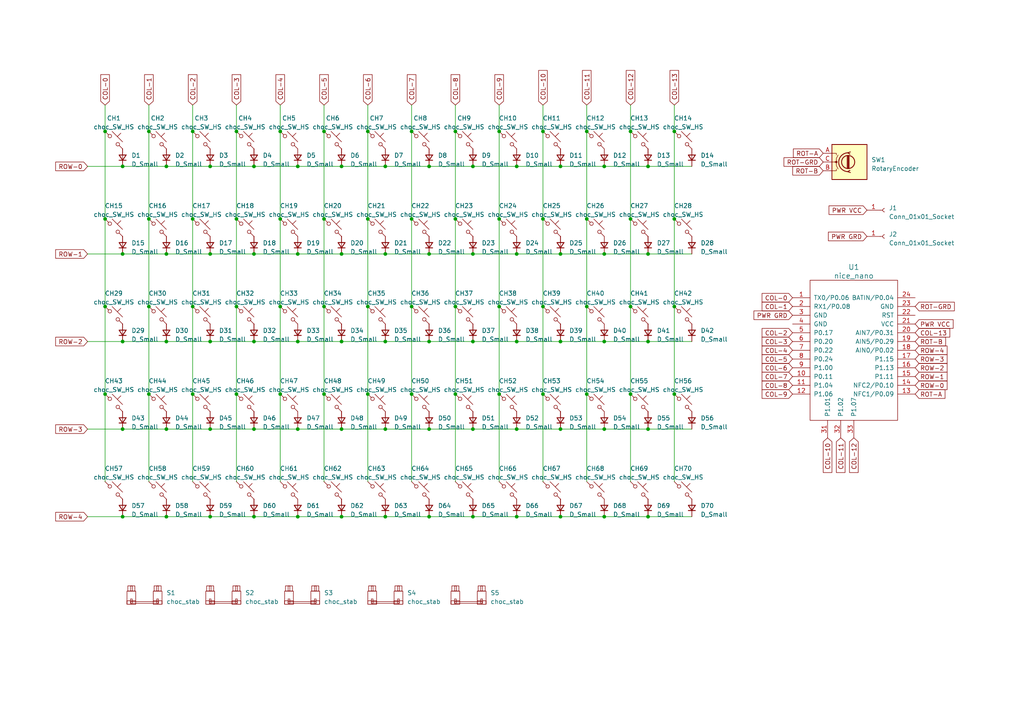
<source format=kicad_sch>
(kicad_sch (version 20230121) (generator eeschema)
  (paper "A4")
  (lib_symbols
    (symbol "Connector:Conn_01x01_Socket" (pin_names (offset 1.016) hide)
      (property "Reference" "J" (at 0 2.54 0))
      (property "Value" "Conn_01x01_Socket" (at 0 -2.54 0))
      (symbol "Conn_01x01_Socket_1_1"
        (pin passive line (at -5.08 0 0) (length 3.81) (name "Pin_1") (number "1"))
      )
    )
    (symbol "Device:D_Small" (pin_numbers hide) (pin_names (offset 0.254) hide)
      (property "Reference" "D" (at -1.27 2.032 0))
      (property "Value" "D_Small" (at -3.81 -2.032 0))
      (symbol "D_Small_1_1"
        (pin passive line (at -2.54 0 0) (length 1.778) (name "K") (number "1"))
        (pin passive line (at 2.54 0 180) (length 1.778) (name "A") (number "2"))
      )
    )
    (symbol "Device:RotaryEncoder" (pin_names (offset 0.254) hide)
      (property "Reference" "SW" (at 0 6.604 0))
      (property "Value" "RotaryEncoder" (at 0 -6.604 0))
      (symbol "RotaryEncoder_1_1"
        (pin passive line (at -7.62 2.54 0) (length 2.54) (name "A") (number "A"))
        (pin passive line (at -7.62 -2.54 0) (length 2.54) (name "B") (number "B"))
        (pin passive line (at -7.62 0 0) (length 2.54) (name "C") (number "C"))
      )
    )
    (symbol "marbastlib-choc:choc_SW_HS" (pin_numbers hide) (pin_names (offset 1.016) hide)
      (property "Reference" "CH" (at 3.048 1.016 0))
      (property "Value" "choc_SW_HS" (at 0 -3.81 0))
      (symbol "choc_SW_HS_0_1"
        (pin passive line (at -2.54 2.54 0) (length 0) (name "1") (number "1"))
        (pin passive line (at 2.54 -2.54 180) (length 0) (name "2") (number "2"))
      )
    )
    (symbol "marbastlib-choc:choc_stab" (pin_names (offset 1.016))
      (property "Reference" "S" (at -5.08 6.35 0))
      (property "Value" "choc_stab" (at -5.08 3.81 0))
    )
    (symbol "nice_nano:nice_nano" (pin_names (offset 1.016))
      (property "Reference" "U" (at 0 0 0))
      (property "Value" "nice_nano" (at 0 2.54 0))
      (symbol "nice_nano_1_1"
        (pin input line (at -17.78 13.97 0) (length 5.08) (name "TX0/P0.06") (number "1"))
        (pin input line (at -17.78 -8.89 0) (length 5.08) (name "P0.11") (number "10"))
        (pin input line (at -17.78 -11.43 0) (length 5.08) (name "P1.04") (number "11"))
        (pin input line (at -17.78 -13.97 0) (length 5.08) (name "P1.06") (number "12"))
        (pin input line (at 17.78 -13.97 180) (length 5.08) (name "NFC1/P0.09") (number "13"))
        (pin input line (at 17.78 -11.43 180) (length 5.08) (name "NFC2/P0.10") (number "14"))
        (pin input line (at 17.78 -8.89 180) (length 5.08) (name "P1.11") (number "15"))
        (pin input line (at 17.78 -6.35 180) (length 5.08) (name "P1.13") (number "16"))
        (pin input line (at 17.78 -3.81 180) (length 5.08) (name "P1.15") (number "17"))
        (pin input line (at 17.78 -1.27 180) (length 5.08) (name "AIN0/P0.02") (number "18"))
        (pin input line (at 17.78 1.27 180) (length 5.08) (name "AIN5/P0.29") (number "19"))
        (pin input line (at -17.78 11.43 0) (length 5.08) (name "RX1/P0.08") (number "2"))
        (pin input line (at 17.78 3.81 180) (length 5.08) (name "AIN7/P0.31") (number "20"))
        (pin input line (at 17.78 6.35 180) (length 5.08) (name "VCC") (number "21"))
        (pin input line (at 17.78 8.89 180) (length 5.08) (name "RST") (number "22"))
        (pin input line (at 17.78 11.43 180) (length 5.08) (name "GND") (number "23"))
        (pin input line (at 17.78 13.97 180) (length 5.08) (name "BATIN/P0.04") (number "24"))
        (pin input line (at -17.78 8.89 0) (length 5.08) (name "GND") (number "3"))
        (pin input line (at -7.62 -26.67 90) (length 5.08) (name "P1.01") (number "31"))
        (pin input line (at -3.81 -26.67 90) (length 5.08) (name "P1.02") (number "32"))
        (pin input line (at 0 -26.67 90) (length 5.08) (name "P1.07") (number "33"))
        (pin input line (at -17.78 6.35 0) (length 5.08) (name "GND") (number "4"))
        (pin input line (at -17.78 3.81 0) (length 5.08) (name "P0.17") (number "5"))
        (pin input line (at -17.78 1.27 0) (length 5.08) (name "P0.20") (number "6"))
        (pin input line (at -17.78 -1.27 0) (length 5.08) (name "P0.22") (number "7"))
        (pin input line (at -17.78 -3.81 0) (length 5.08) (name "P0.24") (number "8"))
        (pin input line (at -17.78 -6.35 0) (length 5.08) (name "P1.00") (number "9"))
      )
    )
  )
  (junction (at 68.58 88.9))
  (junction (at 119.38 38.1))
  (junction (at 132.08 114.3))
  (junction (at 175.26 48.26))
  (junction (at 137.16 124.46))
  (junction (at 73.66 73.66))
  (junction (at 68.58 38.1))
  (junction (at 170.18 63.5))
  (junction (at 99.06 99.06))
  (junction (at 195.58 38.1))
  (junction (at 43.18 88.9))
  (junction (at 149.86 99.06))
  (junction (at 86.36 99.06))
  (junction (at 35.56 73.66))
  (junction (at 182.88 114.3))
  (junction (at 48.26 149.86))
  (junction (at 175.26 149.86))
  (junction (at 30.48 88.9))
  (junction (at 60.96 124.46))
  (junction (at 137.16 149.86))
  (junction (at 99.06 48.26))
  (junction (at 111.76 48.26))
  (junction (at 111.76 124.46))
  (junction (at 195.58 114.3))
  (junction (at 35.56 99.06))
  (junction (at 187.96 99.06))
  (junction (at 30.48 114.3))
  (junction (at 111.76 73.66))
  (junction (at 106.68 63.5))
  (junction (at 68.58 63.5))
  (junction (at 48.26 73.66))
  (junction (at 30.48 38.1))
  (junction (at 60.96 48.26))
  (junction (at 55.88 114.3))
  (junction (at 60.96 99.06))
  (junction (at 195.58 63.5))
  (junction (at 170.18 38.1))
  (junction (at 93.98 114.3))
  (junction (at 60.96 149.86))
  (junction (at 86.36 124.46))
  (junction (at 182.88 38.1))
  (junction (at 137.16 99.06))
  (junction (at 43.18 114.3))
  (junction (at 175.26 99.06))
  (junction (at 86.36 48.26))
  (junction (at 35.56 149.86))
  (junction (at 68.58 114.3))
  (junction (at 43.18 63.5))
  (junction (at 124.46 124.46))
  (junction (at 137.16 48.26))
  (junction (at 48.26 99.06))
  (junction (at 119.38 63.5))
  (junction (at 86.36 73.66))
  (junction (at 144.78 114.3))
  (junction (at 187.96 48.26))
  (junction (at 157.48 63.5))
  (junction (at 55.88 63.5))
  (junction (at 182.88 63.5))
  (junction (at 149.86 73.66))
  (junction (at 149.86 149.86))
  (junction (at 124.46 73.66))
  (junction (at 111.76 99.06))
  (junction (at 55.88 38.1))
  (junction (at 162.56 48.26))
  (junction (at 48.26 124.46))
  (junction (at 182.88 88.9))
  (junction (at 149.86 48.26))
  (junction (at 48.26 48.26))
  (junction (at 149.86 124.46))
  (junction (at 195.58 88.9))
  (junction (at 175.26 124.46))
  (junction (at 170.18 114.3))
  (junction (at 93.98 88.9))
  (junction (at 144.78 88.9))
  (junction (at 162.56 99.06))
  (junction (at 124.46 99.06))
  (junction (at 55.88 88.9))
  (junction (at 73.66 48.26))
  (junction (at 43.18 38.1))
  (junction (at 106.68 88.9))
  (junction (at 73.66 124.46))
  (junction (at 86.36 149.86))
  (junction (at 93.98 63.5))
  (junction (at 187.96 124.46))
  (junction (at 119.38 88.9))
  (junction (at 170.18 88.9))
  (junction (at 81.28 114.3))
  (junction (at 73.66 99.06))
  (junction (at 93.98 38.1))
  (junction (at 132.08 88.9))
  (junction (at 187.96 73.66))
  (junction (at 106.68 114.3))
  (junction (at 144.78 63.5))
  (junction (at 162.56 149.86))
  (junction (at 81.28 38.1))
  (junction (at 187.96 149.86))
  (junction (at 73.66 149.86))
  (junction (at 119.38 114.3))
  (junction (at 157.48 38.1))
  (junction (at 111.76 149.86))
  (junction (at 60.96 73.66))
  (junction (at 124.46 48.26))
  (junction (at 30.48 63.5))
  (junction (at 162.56 73.66))
  (junction (at 132.08 38.1))
  (junction (at 157.48 88.9))
  (junction (at 99.06 149.86))
  (junction (at 144.78 38.1))
  (junction (at 132.08 63.5))
  (junction (at 175.26 73.66))
  (junction (at 35.56 48.26))
  (junction (at 81.28 88.9))
  (junction (at 162.56 124.46))
  (junction (at 81.28 63.5))
  (junction (at 106.68 38.1))
  (junction (at 124.46 149.86))
  (junction (at 137.16 73.66))
  (junction (at 99.06 73.66))
  (junction (at 157.48 114.3))
  (junction (at 35.56 124.46))
  (junction (at 99.06 124.46))
  (wire (pts (xy 25.4 149.86) (xy 35.56 149.86)))
  (wire (pts (xy 111.76 48.26) (xy 124.46 48.26)))
  (wire (pts (xy 157.48 30.48) (xy 157.48 38.1)))
  (wire (pts (xy 132.08 114.3) (xy 132.08 139.7)))
  (wire (pts (xy 124.46 99.06) (xy 137.16 99.06)))
  (wire (pts (xy 144.78 114.3) (xy 144.78 139.7)))
  (wire (pts (xy 73.66 48.26) (xy 86.36 48.26)))
  (wire (pts (xy 30.48 63.5) (xy 30.48 88.9)))
  (wire (pts (xy 157.48 63.5) (xy 157.48 88.9)))
  (wire (pts (xy 68.58 30.48) (xy 68.58 38.1)))
  (wire (pts (xy 144.78 88.9) (xy 144.78 114.3)))
  (wire (pts (xy 48.26 48.26) (xy 60.96 48.26)))
  (wire (pts (xy 170.18 114.3) (xy 170.18 139.7)))
  (wire (pts (xy 30.48 38.1) (xy 30.48 63.5)))
  (wire (pts (xy 187.96 99.06) (xy 200.66 99.06)))
  (wire (pts (xy 111.76 99.06) (xy 124.46 99.06)))
  (wire (pts (xy 149.86 124.46) (xy 162.56 124.46)))
  (wire (pts (xy 86.36 99.06) (xy 99.06 99.06)))
  (wire (pts (xy 60.96 149.86) (xy 73.66 149.86)))
  (wire (pts (xy 99.06 48.26) (xy 111.76 48.26)))
  (wire (pts (xy 124.46 124.46) (xy 137.16 124.46)))
  (wire (pts (xy 157.48 88.9) (xy 157.48 114.3)))
  (wire (pts (xy 137.16 99.06) (xy 149.86 99.06)))
  (wire (pts (xy 149.86 48.26) (xy 162.56 48.26)))
  (wire (pts (xy 170.18 38.1) (xy 170.18 63.5)))
  (wire (pts (xy 175.26 149.86) (xy 187.96 149.86)))
  (wire (pts (xy 60.96 48.26) (xy 73.66 48.26)))
  (wire (pts (xy 144.78 38.1) (xy 144.78 63.5)))
  (wire (pts (xy 25.4 48.26) (xy 35.56 48.26)))
  (wire (pts (xy 99.06 124.46) (xy 111.76 124.46)))
  (wire (pts (xy 195.58 30.48) (xy 195.58 38.1)))
  (wire (pts (xy 106.68 38.1) (xy 106.68 63.5)))
  (wire (pts (xy 162.56 124.46) (xy 175.26 124.46)))
  (wire (pts (xy 93.98 114.3) (xy 93.98 139.7)))
  (wire (pts (xy 162.56 73.66) (xy 175.26 73.66)))
  (wire (pts (xy 35.56 99.06) (xy 48.26 99.06)))
  (wire (pts (xy 137.16 124.46) (xy 149.86 124.46)))
  (wire (pts (xy 106.68 114.3) (xy 106.68 139.7)))
  (wire (pts (xy 30.48 114.3) (xy 30.48 139.7)))
  (wire (pts (xy 175.26 48.26) (xy 187.96 48.26)))
  (wire (pts (xy 43.18 88.9) (xy 43.18 114.3)))
  (wire (pts (xy 132.08 38.1) (xy 132.08 63.5)))
  (wire (pts (xy 170.18 30.48) (xy 170.18 38.1)))
  (wire (pts (xy 195.58 38.1) (xy 195.58 63.5)))
  (wire (pts (xy 48.26 149.86) (xy 60.96 149.86)))
  (wire (pts (xy 60.96 73.66) (xy 73.66 73.66)))
  (wire (pts (xy 81.28 88.9) (xy 81.28 114.3)))
  (wire (pts (xy 132.08 30.48) (xy 132.08 38.1)))
  (wire (pts (xy 124.46 48.26) (xy 137.16 48.26)))
  (wire (pts (xy 182.88 38.1) (xy 182.88 63.5)))
  (wire (pts (xy 43.18 38.1) (xy 43.18 63.5)))
  (wire (pts (xy 137.16 149.86) (xy 149.86 149.86)))
  (wire (pts (xy 43.18 30.48) (xy 43.18 38.1)))
  (wire (pts (xy 182.88 63.5) (xy 182.88 88.9)))
  (wire (pts (xy 99.06 73.66) (xy 111.76 73.66)))
  (wire (pts (xy 73.66 149.86) (xy 86.36 149.86)))
  (wire (pts (xy 73.66 73.66) (xy 86.36 73.66)))
  (wire (pts (xy 30.48 88.9) (xy 30.48 114.3)))
  (wire (pts (xy 157.48 114.3) (xy 157.48 139.7)))
  (wire (pts (xy 25.4 99.06) (xy 35.56 99.06)))
  (wire (pts (xy 124.46 73.66) (xy 137.16 73.66)))
  (wire (pts (xy 48.26 73.66) (xy 60.96 73.66)))
  (wire (pts (xy 149.86 73.66) (xy 162.56 73.66)))
  (wire (pts (xy 35.56 124.46) (xy 48.26 124.46)))
  (wire (pts (xy 99.06 99.06) (xy 111.76 99.06)))
  (wire (pts (xy 35.56 48.26) (xy 48.26 48.26)))
  (wire (pts (xy 81.28 63.5) (xy 81.28 88.9)))
  (wire (pts (xy 175.26 124.46) (xy 187.96 124.46)))
  (wire (pts (xy 35.56 149.86) (xy 48.26 149.86)))
  (wire (pts (xy 86.36 73.66) (xy 99.06 73.66)))
  (wire (pts (xy 187.96 73.66) (xy 200.66 73.66)))
  (wire (pts (xy 162.56 99.06) (xy 175.26 99.06)))
  (wire (pts (xy 73.66 99.06) (xy 86.36 99.06)))
  (wire (pts (xy 81.28 114.3) (xy 81.28 139.7)))
  (wire (pts (xy 195.58 63.5) (xy 195.58 88.9)))
  (wire (pts (xy 35.56 73.66) (xy 48.26 73.66)))
  (wire (pts (xy 93.98 63.5) (xy 93.98 88.9)))
  (wire (pts (xy 124.46 149.86) (xy 137.16 149.86)))
  (wire (pts (xy 119.38 114.3) (xy 119.38 139.7)))
  (wire (pts (xy 195.58 114.3) (xy 195.58 139.7)))
  (wire (pts (xy 170.18 88.9) (xy 170.18 114.3)))
  (wire (pts (xy 93.98 88.9) (xy 93.98 114.3)))
  (wire (pts (xy 25.4 73.66) (xy 35.56 73.66)))
  (wire (pts (xy 99.06 149.86) (xy 111.76 149.86)))
  (wire (pts (xy 43.18 63.5) (xy 43.18 88.9)))
  (wire (pts (xy 55.88 88.9) (xy 55.88 114.3)))
  (wire (pts (xy 182.88 30.48) (xy 182.88 38.1)))
  (wire (pts (xy 60.96 124.46) (xy 73.66 124.46)))
  (wire (pts (xy 119.38 88.9) (xy 119.38 114.3)))
  (wire (pts (xy 162.56 149.86) (xy 175.26 149.86)))
  (wire (pts (xy 55.88 114.3) (xy 55.88 139.7)))
  (wire (pts (xy 30.48 30.48) (xy 30.48 38.1)))
  (wire (pts (xy 48.26 124.46) (xy 60.96 124.46)))
  (wire (pts (xy 106.68 63.5) (xy 106.68 88.9)))
  (wire (pts (xy 149.86 99.06) (xy 162.56 99.06)))
  (wire (pts (xy 162.56 48.26) (xy 175.26 48.26)))
  (wire (pts (xy 81.28 30.48) (xy 81.28 38.1)))
  (wire (pts (xy 68.58 114.3) (xy 68.58 139.7)))
  (wire (pts (xy 106.68 30.48) (xy 106.68 38.1)))
  (wire (pts (xy 119.38 30.48) (xy 119.38 38.1)))
  (wire (pts (xy 43.18 114.3) (xy 43.18 139.7)))
  (wire (pts (xy 111.76 124.46) (xy 124.46 124.46)))
  (wire (pts (xy 48.26 99.06) (xy 60.96 99.06)))
  (wire (pts (xy 144.78 30.48) (xy 144.78 38.1)))
  (wire (pts (xy 93.98 30.48) (xy 93.98 38.1)))
  (wire (pts (xy 73.66 124.46) (xy 86.36 124.46)))
  (wire (pts (xy 86.36 149.86) (xy 99.06 149.86)))
  (wire (pts (xy 182.88 114.3) (xy 182.88 139.7)))
  (wire (pts (xy 170.18 63.5) (xy 170.18 88.9)))
  (wire (pts (xy 55.88 30.48) (xy 55.88 38.1)))
  (wire (pts (xy 182.88 88.9) (xy 182.88 114.3)))
  (wire (pts (xy 119.38 63.5) (xy 119.38 88.9)))
  (wire (pts (xy 187.96 124.46) (xy 200.66 124.46)))
  (wire (pts (xy 55.88 63.5) (xy 55.88 88.9)))
  (wire (pts (xy 149.86 149.86) (xy 162.56 149.86)))
  (wire (pts (xy 111.76 73.66) (xy 124.46 73.66)))
  (wire (pts (xy 175.26 99.06) (xy 187.96 99.06)))
  (wire (pts (xy 119.38 38.1) (xy 119.38 63.5)))
  (wire (pts (xy 93.98 38.1) (xy 93.98 63.5)))
  (wire (pts (xy 86.36 124.46) (xy 99.06 124.46)))
  (wire (pts (xy 157.48 38.1) (xy 157.48 63.5)))
  (wire (pts (xy 175.26 73.66) (xy 187.96 73.66)))
  (wire (pts (xy 187.96 48.26) (xy 200.66 48.26)))
  (wire (pts (xy 25.4 124.46) (xy 35.56 124.46)))
  (wire (pts (xy 60.96 99.06) (xy 73.66 99.06)))
  (wire (pts (xy 86.36 48.26) (xy 99.06 48.26)))
  (wire (pts (xy 68.58 38.1) (xy 68.58 63.5)))
  (wire (pts (xy 144.78 63.5) (xy 144.78 88.9)))
  (wire (pts (xy 55.88 38.1) (xy 55.88 63.5)))
  (wire (pts (xy 106.68 88.9) (xy 106.68 114.3)))
  (wire (pts (xy 81.28 38.1) (xy 81.28 63.5)))
  (wire (pts (xy 111.76 149.86) (xy 124.46 149.86)))
  (wire (pts (xy 137.16 73.66) (xy 149.86 73.66)))
  (wire (pts (xy 132.08 88.9) (xy 132.08 114.3)))
  (wire (pts (xy 68.58 63.5) (xy 68.58 88.9)))
  (wire (pts (xy 68.58 88.9) (xy 68.58 114.3)))
  (wire (pts (xy 187.96 149.86) (xy 200.66 149.86)))
  (wire (pts (xy 132.08 63.5) (xy 132.08 88.9)))
  (wire (pts (xy 137.16 48.26) (xy 149.86 48.26)))
  (wire (pts (xy 195.58 88.9) (xy 195.58 114.3)))
  (global_label "COL-2" (shape input) (at 229.87 96.52 180) (property "Intersheetrefs" "${INTERSHEET_REFS}" (effects hide)))
  (global_label "PWR GRD" (shape input) (at 229.87 91.44 180) (property "Intersheetrefs" "${INTERSHEET_REFS}" (effects hide)))
  (global_label "COL-7" (shape input) (at 119.38 30.48 90) (property "Intersheetrefs" "${INTERSHEET_REFS}" (effects hide)))
  (global_label "COL-5" (shape input) (at 93.98 30.48 90) (property "Intersheetrefs" "${INTERSHEET_REFS}" (effects hide)))
  (global_label "COL-6" (shape input) (at 229.87 106.68 180) (property "Intersheetrefs" "${INTERSHEET_REFS}" (effects hide)))
  (global_label "COL-1" (shape input) (at 43.18 30.48 90) (property "Intersheetrefs" "${INTERSHEET_REFS}" (effects hide)))
  (global_label "COL-3" (shape input) (at 68.58 30.48 90) (property "Intersheetrefs" "${INTERSHEET_REFS}" (effects hide)))
  (global_label "COL-12" (shape input) (at 247.65 127 270) (property "Intersheetrefs" "${INTERSHEET_REFS}" (effects hide)))
  (global_label "PWR VCC" (shape input) (at 265.43 93.98 0) (property "Intersheetrefs" "${INTERSHEET_REFS}" (effects hide)))
  (global_label "ROT-A" (shape input) (at 265.43 114.3 0) (property "Intersheetrefs" "${INTERSHEET_REFS}" (effects hide)))
  (global_label "COL-8" (shape input) (at 229.87 111.76 180) (property "Intersheetrefs" "${INTERSHEET_REFS}" (effects hide)))
  (global_label "COL-10" (shape input) (at 157.48 30.48 90) (property "Intersheetrefs" "${INTERSHEET_REFS}" (effects hide)))
  (global_label "COL-7" (shape input) (at 229.87 109.22 180) (property "Intersheetrefs" "${INTERSHEET_REFS}" (effects hide)))
  (global_label "COL-13" (shape input) (at 195.58 30.48 90) (property "Intersheetrefs" "${INTERSHEET_REFS}" (effects hide)))
  (global_label "COL-11" (shape input) (at 243.84 127 270) (property "Intersheetrefs" "${INTERSHEET_REFS}" (effects hide)))
  (global_label "COL-12" (shape input) (at 182.88 30.48 90) (property "Intersheetrefs" "${INTERSHEET_REFS}" (effects hide)))
  (global_label "COL-9" (shape input) (at 144.78 30.48 90) (property "Intersheetrefs" "${INTERSHEET_REFS}" (effects hide)))
  (global_label "ROW-2" (shape input) (at 265.43 106.68 0) (property "Intersheetrefs" "${INTERSHEET_REFS}" (effects hide)))
  (global_label "COL-9" (shape input) (at 229.87 114.3 180) (property "Intersheetrefs" "${INTERSHEET_REFS}" (effects hide)))
  (global_label "COL-2" (shape input) (at 55.88 30.48 90) (property "Intersheetrefs" "${INTERSHEET_REFS}" (effects hide)))
  (global_label "COL-0" (shape input) (at 229.87 86.36 180) (property "Intersheetrefs" "${INTERSHEET_REFS}" (effects hide)))
  (global_label "ROW-3" (shape input) (at 25.4 124.46 180) (property "Intersheetrefs" "${INTERSHEET_REFS}" (effects hide)))
  (global_label "ROW-3" (shape input) (at 265.43 104.14 0) (property "Intersheetrefs" "${INTERSHEET_REFS}" (effects hide)))
  (global_label "COL-6" (shape input) (at 106.68 30.48 90) (property "Intersheetrefs" "${INTERSHEET_REFS}" (effects hide)))
  (global_label "COL-1" (shape input) (at 229.87 88.9 180) (property "Intersheetrefs" "${INTERSHEET_REFS}" (effects hide)))
  (global_label "COL-5" (shape input) (at 229.87 104.14 180) (property "Intersheetrefs" "${INTERSHEET_REFS}" (effects hide)))
  (global_label "ROT-B" (shape input) (at 238.76 49.53 180) (property "Intersheetrefs" "${INTERSHEET_REFS}" (effects hide)))
  (global_label "ROT-B" (shape input) (at 265.43 99.06 0) (property "Intersheetrefs" "${INTERSHEET_REFS}" (effects hide)))
  (global_label "COL-3" (shape input) (at 229.87 99.06 180) (property "Intersheetrefs" "${INTERSHEET_REFS}" (effects hide)))
  (global_label "PWR VCC" (shape input) (at 251.46 60.96 180) (property "Intersheetrefs" "${INTERSHEET_REFS}" (effects hide)))
  (global_label "COL-13" (shape input) (at 265.43 96.52 0) (property "Intersheetrefs" "${INTERSHEET_REFS}" (effects hide)))
  (global_label "ROW-1" (shape input) (at 265.43 109.22 0) (property "Intersheetrefs" "${INTERSHEET_REFS}" (effects hide)))
  (global_label "ROW-4" (shape input) (at 25.4 149.86 180) (property "Intersheetrefs" "${INTERSHEET_REFS}" (effects hide)))
  (global_label "ROW-0" (shape input) (at 25.4 48.26 180) (property "Intersheetrefs" "${INTERSHEET_REFS}" (effects hide)))
  (global_label "ROT-GRD" (shape input) (at 238.76 46.99 180) (property "Intersheetrefs" "${INTERSHEET_REFS}" (effects hide)))
  (global_label "ROW-1" (shape input) (at 25.4 73.66 180) (property "Intersheetrefs" "${INTERSHEET_REFS}" (effects hide)))
  (global_label "ROW-0" (shape input) (at 265.43 111.76 0) (property "Intersheetrefs" "${INTERSHEET_REFS}" (effects hide)))
  (global_label "COL-11" (shape input) (at 170.18 30.48 90) (property "Intersheetrefs" "${INTERSHEET_REFS}" (effects hide)))
  (global_label "ROW-4" (shape input) (at 265.43 101.6 0) (property "Intersheetrefs" "${INTERSHEET_REFS}" (effects hide)))
  (global_label "ROT-A" (shape input) (at 238.76 44.45 180) (property "Intersheetrefs" "${INTERSHEET_REFS}" (effects hide)))
  (global_label "COL-10" (shape input) (at 240.03 127 270) (property "Intersheetrefs" "${INTERSHEET_REFS}" (effects hide)))
  (global_label "COL-8" (shape input) (at 132.08 30.48 90) (property "Intersheetrefs" "${INTERSHEET_REFS}" (effects hide)))
  (global_label "PWR GRD" (shape input) (at 251.46 68.58 180) (property "Intersheetrefs" "${INTERSHEET_REFS}" (effects hide)))
  (global_label "ROW-2" (shape input) (at 25.4 99.06 180) (property "Intersheetrefs" "${INTERSHEET_REFS}" (effects hide)))
  (global_label "ROT-GRD" (shape input) (at 265.43 88.9 0) (property "Intersheetrefs" "${INTERSHEET_REFS}" (effects hide)))
  (global_label "COL-4" (shape input) (at 229.87 101.6 180) (property "Intersheetrefs" "${INTERSHEET_REFS}" (effects hide)))
  (global_label "COL-0" (shape input) (at 30.48 30.48 90) (property "Intersheetrefs" "${INTERSHEET_REFS}" (effects hide)))
  (global_label "COL-4" (shape input) (at 81.28 30.48 90) (property "Intersheetrefs" "${INTERSHEET_REFS}" (effects hide)))
  (symbol (lib_id "marbastlib-choc:choc_SW_HS") (at 45.72 40.64 0) (unit 1)
    (property "Reference" "CH2" (at 45.72 34.29 0))
    (property "Value" "choc_SW_HS" (at 45.72 36.83 0))
    (property "Footprint" "marbastlib-choc:SW_choc_v1_HS_1u" (effects hide))
  )
  (symbol (lib_id "Device:D_Small") (at 111.76 71.12 90) (unit 1)
    (property "Reference" "D21" (at 114.3 70.485 90) (effects (justify right)))
    (property "Value" "D_Small" (at 114.3 73.025 90) (effects (justify right)))
    (property "Footprint" "Diode_SMD:D_SOD-123" (effects hide))
  )
  (symbol (lib_id "Device:D_Small") (at 48.26 121.92 90) (unit 1)
    (property "Reference" "D44" (at 50.8 121.285 90) (effects (justify right)))
    (property "Value" "D_Small" (at 50.8 123.825 90) (effects (justify right)))
    (property "Footprint" "Diode_SMD:D_SOD-123" (effects hide))
  )
  (symbol (lib_id "marbastlib-choc:choc_SW_HS") (at 172.72 142.24 0) (unit 1)
    (property "Reference" "CH68" (at 172.72 135.89 0))
    (property "Value" "choc_SW_HS" (at 172.72 138.43 0))
    (property "Footprint" "marbastlib-choc:SW_choc_v1_HS_1u" (effects hide))
  )
  (symbol (lib_id "marbastlib-choc:choc_SW_HS") (at 45.72 66.04 0) (unit 1)
    (property "Reference" "CH16" (at 45.72 59.69 0))
    (property "Value" "choc_SW_HS" (at 45.72 62.23 0))
    (property "Footprint" "marbastlib-choc:SW_choc_v1_HS_1u" (effects hide))
  )
  (symbol (lib_id "Device:D_Small") (at 99.06 45.72 90) (unit 1)
    (property "Reference" "D6" (at 101.6 45.085 90) (effects (justify right)))
    (property "Value" "D_Small" (at 101.6 47.625 90) (effects (justify right)))
    (property "Footprint" "Diode_SMD:D_SOD-123" (effects hide))
  )
  (symbol (lib_id "marbastlib-choc:choc_SW_HS") (at 134.62 66.04 0) (unit 1)
    (property "Reference" "CH23" (at 134.62 59.69 0))
    (property "Value" "choc_SW_HS" (at 134.62 62.23 0))
    (property "Footprint" "marbastlib-choc:SW_choc_v1_HS_1u" (effects hide))
  )
  (symbol (lib_id "Device:D_Small") (at 99.06 96.52 90) (unit 1)
    (property "Reference" "D34" (at 101.6 95.885 90) (effects (justify right)))
    (property "Value" "D_Small" (at 101.6 98.425 90) (effects (justify right)))
    (property "Footprint" "Diode_SMD:D_SOD-123" (effects hide))
  )
  (symbol (lib_id "Device:D_Small") (at 35.56 121.92 90) (unit 1)
    (property "Reference" "D43" (at 38.1 121.285 90) (effects (justify right)))
    (property "Value" "D_Small" (at 38.1 123.825 90) (effects (justify right)))
    (property "Footprint" "Diode_SMD:D_SOD-123" (effects hide))
  )
  (symbol (lib_id "Device:D_Small") (at 73.66 45.72 90) (unit 1)
    (property "Reference" "D4" (at 76.2 45.085 90) (effects (justify right)))
    (property "Value" "D_Small" (at 76.2 47.625 90) (effects (justify right)))
    (property "Footprint" "Diode_SMD:D_SOD-123" (effects hide))
  )
  (symbol (lib_id "nice_nano:nice_nano") (at 247.65 100.33 0) (unit 1)
    (property "Reference" "U1" (at 247.65 77.47 0) (effects (font (size 1.524 1.524))))
    (property "Value" "nice_nano" (at 247.65 80.01 0) (effects (font (size 1.524 1.524))))
    (property "Footprint" "nice-nano-kicad-master:nice_nano" (effects hide))
  )
  (symbol (lib_id "Device:D_Small") (at 200.66 71.12 90) (unit 1)
    (property "Reference" "D28" (at 203.2 70.485 90) (effects (justify right)))
    (property "Value" "D_Small" (at 203.2 73.025 90) (effects (justify right)))
    (property "Footprint" "Diode_SMD:D_SOD-123" (effects hide))
  )
  (symbol (lib_id "marbastlib-choc:choc_SW_HS") (at 71.12 142.24 0) (unit 1)
    (property "Reference" "CH60" (at 71.12 135.89 0))
    (property "Value" "choc_SW_HS" (at 71.12 138.43 0))
    (property "Footprint" "marbastlib-choc:SW_choc_v1_HS_1u" (effects hide))
  )
  (symbol (lib_id "Device:D_Small") (at 124.46 71.12 90) (unit 1)
    (property "Reference" "D22" (at 127 70.485 90) (effects (justify right)))
    (property "Value" "D_Small" (at 127 73.025 90) (effects (justify right)))
    (property "Footprint" "Diode_SMD:D_SOD-123" (effects hide))
  )
  (symbol (lib_id "Device:D_Small") (at 149.86 71.12 90) (unit 1)
    (property "Reference" "D24" (at 152.4 70.485 90) (effects (justify right)))
    (property "Value" "D_Small" (at 152.4 73.025 90) (effects (justify right)))
    (property "Footprint" "Diode_SMD:D_SOD-123" (effects hide))
  )
  (symbol (lib_id "Device:D_Small") (at 60.96 121.92 90) (unit 1)
    (property "Reference" "D45" (at 63.5 121.285 90) (effects (justify right)))
    (property "Value" "D_Small" (at 63.5 123.825 90) (effects (justify right)))
    (property "Footprint" "Diode_SMD:D_SOD-123" (effects hide))
  )
  (symbol (lib_id "marbastlib-choc:choc_SW_HS") (at 198.12 116.84 0) (unit 1)
    (property "Reference" "CH56" (at 198.12 110.49 0))
    (property "Value" "choc_SW_HS" (at 198.12 113.03 0))
    (property "Footprint" "marbastlib-choc:SW_choc_v1_HS_1u" (effects hide))
  )
  (symbol (lib_id "Device:D_Small") (at 187.96 71.12 90) (unit 1)
    (property "Reference" "D27" (at 190.5 70.485 90) (effects (justify right)))
    (property "Value" "D_Small" (at 190.5 73.025 90) (effects (justify right)))
    (property "Footprint" "Diode_SMD:D_SOD-123" (effects hide))
  )
  (symbol (lib_id "marbastlib-choc:choc_SW_HS") (at 109.22 142.24 0) (unit 1)
    (property "Reference" "CH63" (at 109.22 135.89 0))
    (property "Value" "choc_SW_HS" (at 109.22 138.43 0))
    (property "Footprint" "marbastlib-choc:SW_choc_v1_HS_1u" (effects hide))
  )
  (symbol (lib_id "marbastlib-choc:choc_SW_HS") (at 185.42 91.44 0) (unit 1)
    (property "Reference" "CH41" (at 185.42 85.09 0))
    (property "Value" "choc_SW_HS" (at 185.42 87.63 0))
    (property "Footprint" "marbastlib-choc:SW_choc_v1_HS_1u" (effects hide))
  )
  (symbol (lib_id "marbastlib-choc:choc_SW_HS") (at 147.32 66.04 0) (unit 1)
    (property "Reference" "CH24" (at 147.32 59.69 0))
    (property "Value" "choc_SW_HS" (at 147.32 62.23 0))
    (property "Footprint" "marbastlib-choc:SW_choc_v1_HS_1u" (effects hide))
  )
  (symbol (lib_id "marbastlib-choc:choc_SW_HS") (at 83.82 116.84 0) (unit 1)
    (property "Reference" "CH47" (at 83.82 110.49 0))
    (property "Value" "choc_SW_HS" (at 83.82 113.03 0))
    (property "Footprint" "marbastlib-choc:SW_choc_v1_HS_1u" (effects hide))
  )
  (symbol (lib_id "marbastlib-choc:choc_SW_HS") (at 160.02 91.44 0) (unit 1)
    (property "Reference" "CH39" (at 160.02 85.09 0))
    (property "Value" "choc_SW_HS" (at 160.02 87.63 0))
    (property "Footprint" "marbastlib-choc:SW_choc_v1_HS_1u" (effects hide))
  )
  (symbol (lib_id "Device:D_Small") (at 162.56 147.32 90) (unit 1)
    (property "Reference" "D67" (at 165.1 146.685 90) (effects (justify right)))
    (property "Value" "D_Small" (at 165.1 149.225 90) (effects (justify right)))
    (property "Footprint" "Diode_SMD:D_SOD-123" (effects hide))
  )
  (symbol (lib_id "Device:D_Small") (at 86.36 45.72 90) (unit 1)
    (property "Reference" "D5" (at 88.9 45.085 90) (effects (justify right)))
    (property "Value" "D_Small" (at 88.9 47.625 90) (effects (justify right)))
    (property "Footprint" "Diode_SMD:D_SOD-123" (effects hide))
  )
  (symbol (lib_id "Device:D_Small") (at 73.66 147.32 90) (unit 1)
    (property "Reference" "D60" (at 76.2 146.685 90) (effects (justify right)))
    (property "Value" "D_Small" (at 76.2 149.225 90) (effects (justify right)))
    (property "Footprint" "Diode_SMD:D_SOD-123" (effects hide))
  )
  (symbol (lib_id "Device:D_Small") (at 200.66 121.92 90) (unit 1)
    (property "Reference" "D56" (at 203.2 121.285 90) (effects (justify right)))
    (property "Value" "D_Small" (at 203.2 123.825 90) (effects (justify right)))
    (property "Footprint" "Diode_SMD:D_SOD-123" (effects hide))
  )
  (symbol (lib_id "Device:D_Small") (at 60.96 45.72 90) (unit 1)
    (property "Reference" "D3" (at 63.5 45.085 90) (effects (justify right)))
    (property "Value" "D_Small" (at 63.5 47.625 90) (effects (justify right)))
    (property "Footprint" "Diode_SMD:D_SOD-123" (effects hide))
  )
  (symbol (lib_id "Device:D_Small") (at 124.46 147.32 90) (unit 1)
    (property "Reference" "D64" (at 127 146.685 90) (effects (justify right)))
    (property "Value" "D_Small" (at 127 149.225 90) (effects (justify right)))
    (property "Footprint" "Diode_SMD:D_SOD-123" (effects hide))
  )
  (symbol (lib_id "Device:D_Small") (at 200.66 147.32 90) (unit 1)
    (property "Reference" "D70" (at 203.2 146.685 90) (effects (justify right)))
    (property "Value" "D_Small" (at 203.2 149.225 90) (effects (justify right)))
    (property "Footprint" "Diode_SMD:D_SOD-123" (effects hide))
  )
  (symbol (lib_id "Device:D_Small") (at 86.36 147.32 90) (unit 1)
    (property "Reference" "D61" (at 88.9 146.685 90) (effects (justify right)))
    (property "Value" "D_Small" (at 88.9 149.225 90) (effects (justify right)))
    (property "Footprint" "Diode_SMD:D_SOD-123" (effects hide))
  )
  (symbol (lib_id "Device:D_Small") (at 137.16 45.72 90) (unit 1)
    (property "Reference" "D9" (at 139.7 45.085 90) (effects (justify right)))
    (property "Value" "D_Small" (at 139.7 47.625 90) (effects (justify right)))
    (property "Footprint" "Diode_SMD:D_SOD-123" (effects hide))
  )
  (symbol (lib_id "marbastlib-choc:choc_SW_HS") (at 71.12 40.64 0) (unit 1)
    (property "Reference" "CH4" (at 71.12 34.29 0))
    (property "Value" "choc_SW_HS" (at 71.12 36.83 0))
    (property "Footprint" "marbastlib-choc:SW_choc_v1_HS_1u" (effects hide))
  )
  (symbol (lib_id "Device:D_Small") (at 60.96 147.32 90) (unit 1)
    (property "Reference" "D59" (at 63.5 146.685 90) (effects (justify right)))
    (property "Value" "D_Small" (at 63.5 149.225 90) (effects (justify right)))
    (property "Footprint" "Diode_SMD:D_SOD-123" (effects hide))
  )
  (symbol (lib_id "marbastlib-choc:choc_SW_HS") (at 83.82 66.04 0) (unit 1)
    (property "Reference" "CH19" (at 83.82 59.69 0))
    (property "Value" "choc_SW_HS" (at 83.82 62.23 0))
    (property "Footprint" "marbastlib-choc:SW_choc_v1_HS_1u" (effects hide))
  )
  (symbol (lib_id "Device:D_Small") (at 48.26 147.32 90) (unit 1)
    (property "Reference" "D58" (at 50.8 146.685 90) (effects (justify right)))
    (property "Value" "D_Small" (at 50.8 149.225 90) (effects (justify right)))
    (property "Footprint" "Diode_SMD:D_SOD-123" (effects hide))
  )
  (symbol (lib_id "Device:D_Small") (at 111.76 121.92 90) (unit 1)
    (property "Reference" "D49" (at 114.3 121.285 90) (effects (justify right)))
    (property "Value" "D_Small" (at 114.3 123.825 90) (effects (justify right)))
    (property "Footprint" "Diode_SMD:D_SOD-123" (effects hide))
  )
  (symbol (lib_id "marbastlib-choc:choc_SW_HS") (at 71.12 116.84 0) (unit 1)
    (property "Reference" "CH46" (at 71.12 110.49 0))
    (property "Value" "choc_SW_HS" (at 71.12 113.03 0))
    (property "Footprint" "marbastlib-choc:SW_choc_v1_HS_1u" (effects hide))
  )
  (symbol (lib_id "Device:D_Small") (at 111.76 147.32 90) (unit 1)
    (property "Reference" "D63" (at 114.3 146.685 90) (effects (justify right)))
    (property "Value" "D_Small" (at 114.3 149.225 90) (effects (justify right)))
    (property "Footprint" "Diode_SMD:D_SOD-123" (effects hide))
  )
  (symbol (lib_id "Device:D_Small") (at 149.86 121.92 90) (unit 1)
    (property "Reference" "D52" (at 152.4 121.285 90) (effects (justify right)))
    (property "Value" "D_Small" (at 152.4 123.825 90) (effects (justify right)))
    (property "Footprint" "Diode_SMD:D_SOD-123" (effects hide))
  )
  (symbol (lib_id "Device:D_Small") (at 124.46 121.92 90) (unit 1)
    (property "Reference" "D50" (at 127 121.285 90) (effects (justify right)))
    (property "Value" "D_Small" (at 127 123.825 90) (effects (justify right)))
    (property "Footprint" "Diode_SMD:D_SOD-123" (effects hide))
  )
  (symbol (lib_id "Device:D_Small") (at 73.66 96.52 90) (unit 1)
    (property "Reference" "D32" (at 76.2 95.885 90) (effects (justify right)))
    (property "Value" "D_Small" (at 76.2 98.425 90) (effects (justify right)))
    (property "Footprint" "Diode_SMD:D_SOD-123" (effects hide))
  )
  (symbol (lib_id "marbastlib-choc:choc_SW_HS") (at 58.42 91.44 0) (unit 1)
    (property "Reference" "CH31" (at 58.42 85.09 0))
    (property "Value" "choc_SW_HS" (at 58.42 87.63 0))
    (property "Footprint" "marbastlib-choc:SW_choc_v1_HS_1u" (effects hide))
  )
  (symbol (lib_id "marbastlib-choc:choc_SW_HS") (at 134.62 116.84 0) (unit 1)
    (property "Reference" "CH51" (at 134.62 110.49 0))
    (property "Value" "choc_SW_HS" (at 134.62 113.03 0))
    (property "Footprint" "marbastlib-choc:SW_choc_v1_HS_1u" (effects hide))
  )
  (symbol (lib_id "Device:D_Small") (at 48.26 45.72 90) (unit 1)
    (property "Reference" "D2" (at 50.8 45.085 90) (effects (justify right)))
    (property "Value" "D_Small" (at 50.8 47.625 90) (effects (justify right)))
    (property "Footprint" "Diode_SMD:D_SOD-123" (effects hide))
  )
  (symbol (lib_id "marbastlib-choc:choc_SW_HS") (at 147.32 142.24 0) (unit 1)
    (property "Reference" "CH66" (at 147.32 135.89 0))
    (property "Value" "choc_SW_HS" (at 147.32 138.43 0))
    (property "Footprint" "marbastlib-choc:SW_choc_v1_HS_1.25u" (effects hide))
  )
  (symbol (lib_id "marbastlib-choc:choc_SW_HS") (at 172.72 40.64 0) (unit 1)
    (property "Reference" "CH12" (at 172.72 34.29 0))
    (property "Value" "choc_SW_HS" (at 172.72 36.83 0))
    (property "Footprint" "marbastlib-choc:SW_choc_v1_HS_1u" (effects hide))
  )
  (symbol (lib_id "Device:D_Small") (at 149.86 96.52 90) (unit 1)
    (property "Reference" "D38" (at 152.4 95.885 90) (effects (justify right)))
    (property "Value" "D_Small" (at 152.4 98.425 90) (effects (justify right)))
    (property "Footprint" "Diode_SMD:D_SOD-123" (effects hide))
  )
  (symbol (lib_id "marbastlib-choc:choc_SW_HS") (at 198.12 66.04 0) (unit 1)
    (property "Reference" "CH28" (at 198.12 59.69 0))
    (property "Value" "choc_SW_HS" (at 198.12 62.23 0))
    (property "Footprint" "marbastlib-choc:SW_choc_v1_HS_1.5u" (effects hide))
  )
  (symbol (lib_id "Device:D_Small") (at 73.66 71.12 90) (unit 1)
    (property "Reference" "D18" (at 76.2 70.485 90) (effects (justify right)))
    (property "Value" "D_Small" (at 76.2 73.025 90) (effects (justify right)))
    (property "Footprint" "Diode_SMD:D_SOD-123" (effects hide))
  )
  (symbol (lib_id "Device:D_Small") (at 175.26 121.92 90) (unit 1)
    (property "Reference" "D54" (at 177.8 121.285 90) (effects (justify right)))
    (property "Value" "D_Small" (at 177.8 123.825 90) (effects (justify right)))
    (property "Footprint" "Diode_SMD:D_SOD-123" (effects hide))
  )
  (symbol (lib_id "marbastlib-choc:choc_SW_HS") (at 71.12 66.04 0) (unit 1)
    (property "Reference" "CH18" (at 71.12 59.69 0))
    (property "Value" "choc_SW_HS" (at 71.12 62.23 0))
    (property "Footprint" "marbastlib-choc:SW_choc_v1_HS_1u" (effects hide))
  )
  (symbol (lib_id "Device:D_Small") (at 137.16 71.12 90) (unit 1)
    (property "Reference" "D23" (at 139.7 70.485 90) (effects (justify right)))
    (property "Value" "D_Small" (at 139.7 73.025 90) (effects (justify right)))
    (property "Footprint" "Diode_SMD:D_SOD-123" (effects hide))
  )
  (symbol (lib_id "Device:RotaryEncoder") (at 246.38 46.99 0) (unit 1)
    (property "Reference" "SW1" (at 252.73 46.355 0) (effects (justify left)))
    (property "Value" "RotaryEncoder" (at 252.73 48.895 0) (effects (justify left)))
    (property "Footprint" "Rotary_Encoder:RotaryEncoder_Alps_EC12E_Vertical_H20mm" (effects hide))
  )
  (symbol (lib_id "marbastlib-choc:choc_SW_HS") (at 185.42 116.84 0) (unit 1)
    (property "Reference" "CH55" (at 185.42 110.49 0))
    (property "Value" "choc_SW_HS" (at 185.42 113.03 0))
    (property "Footprint" "marbastlib-choc:SW_choc_v1_HS_1u" (effects hide))
  )
  (symbol (lib_id "marbastlib-choc:choc_SW_HS") (at 96.52 66.04 0) (unit 1)
    (property "Reference" "CH20" (at 96.52 59.69 0))
    (property "Value" "choc_SW_HS" (at 96.52 62.23 0))
    (property "Footprint" "marbastlib-choc:SW_choc_v1_HS_1u" (effects hide))
  )
  (symbol (lib_id "marbastlib-choc:choc_SW_HS") (at 109.22 116.84 0) (unit 1)
    (property "Reference" "CH49" (at 109.22 110.49 0))
    (property "Value" "choc_SW_HS" (at 109.22 113.03 0))
    (property "Footprint" "marbastlib-choc:SW_choc_v1_HS_1u" (effects hide))
  )
  (symbol (lib_id "marbastlib-choc:choc_SW_HS") (at 33.02 40.64 0) (unit 1)
    (property "Reference" "CH1" (at 33.02 34.29 0))
    (property "Value" "choc_SW_HS" (at 33.02 36.83 0))
    (property "Footprint" "marbastlib-choc:SW_choc_v1_HS_1u" (effects hide))
  )
  (symbol (lib_id "marbastlib-choc:choc_SW_HS") (at 147.32 91.44 0) (unit 1)
    (property "Reference" "CH38" (at 147.32 85.09 0))
    (property "Value" "choc_SW_HS" (at 147.32 87.63 0))
    (property "Footprint" "marbastlib-choc:SW_choc_v1_HS_1u" (effects hide))
  )
  (symbol (lib_id "marbastlib-choc:choc_SW_HS") (at 33.02 66.04 0) (unit 1)
    (property "Reference" "CH15" (at 33.02 59.69 0))
    (property "Value" "choc_SW_HS" (at 33.02 62.23 0))
    (property "Footprint" "marbastlib-choc:SW_choc_v1_HS_1.5u" (effects hide))
  )
  (symbol (lib_id "Device:D_Small") (at 149.86 147.32 90) (unit 1)
    (property "Reference" "D66" (at 152.4 146.685 90) (effects (justify right)))
    (property "Value" "D_Small" (at 152.4 149.225 90) (effects (justify right)))
    (property "Footprint" "Diode_SMD:D_SOD-123" (effects hide))
  )
  (symbol (lib_id "marbastlib-choc:choc_stab") (at 135.89 172.72 0) (unit 1)
    (property "Reference" "S5" (at 142.24 171.958 0) (effects (justify left)))
    (property "Value" "choc_stab" (at 142.24 174.498 0) (effects (justify left)))
    (property "Footprint" "marbastlib-xp-choc:STAB_choc_2u" (effects hide))
  )
  (symbol (lib_id "marbastlib-choc:choc_SW_HS") (at 96.52 40.64 0) (unit 1)
    (property "Reference" "CH6" (at 96.52 34.29 0))
    (property "Value" "choc_SW_HS" (at 96.52 36.83 0))
    (property "Footprint" "marbastlib-choc:SW_choc_v1_HS_1u" (effects hide))
  )
  (symbol (lib_id "Device:D_Small") (at 149.86 45.72 90) (unit 1)
    (property "Reference" "D10" (at 152.4 45.085 90) (effects (justify right)))
    (property "Value" "D_Small" (at 152.4 47.625 90) (effects (justify right)))
    (property "Footprint" "Diode_SMD:D_SOD-123" (effects hide))
  )
  (symbol (lib_id "Device:D_Small") (at 86.36 121.92 90) (unit 1)
    (property "Reference" "D47" (at 88.9 121.285 90) (effects (justify right)))
    (property "Value" "D_Small" (at 88.9 123.825 90) (effects (justify right)))
    (property "Footprint" "Diode_SMD:D_SOD-123" (effects hide))
  )
  (symbol (lib_id "Device:D_Small") (at 162.56 71.12 90) (unit 1)
    (property "Reference" "D25" (at 165.1 70.485 90) (effects (justify right)))
    (property "Value" "D_Small" (at 165.1 73.025 90) (effects (justify right)))
    (property "Footprint" "Diode_SMD:D_SOD-123" (effects hide))
  )
  (symbol (lib_id "marbastlib-choc:choc_SW_HS") (at 58.42 40.64 0) (unit 1)
    (property "Reference" "CH3" (at 58.42 34.29 0))
    (property "Value" "choc_SW_HS" (at 58.42 36.83 0))
    (property "Footprint" "marbastlib-choc:SW_choc_v1_HS_1u" (effects hide))
  )
  (symbol (lib_id "marbastlib-choc:choc_SW_HS") (at 160.02 142.24 0) (unit 1)
    (property "Reference" "CH67" (at 160.02 135.89 0))
    (property "Value" "choc_SW_HS" (at 160.02 138.43 0))
    (property "Footprint" "marbastlib-choc:SW_choc_v1_HS_1u" (effects hide))
  )
  (symbol (lib_id "Device:D_Small") (at 137.16 147.32 90) (unit 1)
    (property "Reference" "D65" (at 139.7 146.685 90) (effects (justify right)))
    (property "Value" "D_Small" (at 139.7 149.225 90) (effects (justify right)))
    (property "Footprint" "Diode_SMD:D_SOD-123" (effects hide))
  )
  (symbol (lib_id "Device:D_Small") (at 175.26 71.12 90) (unit 1)
    (property "Reference" "D26" (at 177.8 70.485 90) (effects (justify right)))
    (property "Value" "D_Small" (at 177.8 73.025 90) (effects (justify right)))
    (property "Footprint" "Diode_SMD:D_SOD-123" (effects hide))
  )
  (symbol (lib_id "marbastlib-choc:choc_SW_HS") (at 172.72 66.04 0) (unit 1)
    (property "Reference" "CH26" (at 172.72 59.69 0))
    (property "Value" "choc_SW_HS" (at 172.72 62.23 0))
    (property "Footprint" "marbastlib-choc:SW_choc_v1_HS_1u" (effects hide))
  )
  (symbol (lib_id "Device:D_Small") (at 99.06 121.92 90) (unit 1)
    (property "Reference" "D48" (at 101.6 121.285 90) (effects (justify right)))
    (property "Value" "D_Small" (at 101.6 123.825 90) (effects (justify right)))
    (property "Footprint" "Diode_SMD:D_SOD-123" (effects hide))
  )
  (symbol (lib_id "marbastlib-choc:choc_SW_HS") (at 58.42 142.24 0) (unit 1)
    (property "Reference" "CH59" (at 58.42 135.89 0))
    (property "Value" "choc_SW_HS" (at 58.42 138.43 0))
    (property "Footprint" "marbastlib-choc:SW_choc_v1_HS_1.25u" (effects hide))
  )
  (symbol (lib_id "Device:D_Small") (at 48.26 96.52 90) (unit 1)
    (property "Reference" "D30" (at 50.8 95.885 90) (effects (justify right)))
    (property "Value" "D_Small" (at 50.8 98.425 90) (effects (justify right)))
    (property "Footprint" "Diode_SMD:D_SOD-123" (effects hide))
  )
  (symbol (lib_id "marbastlib-choc:choc_SW_HS") (at 185.42 66.04 0) (unit 1)
    (property "Reference" "CH27" (at 185.42 59.69 0))
    (property "Value" "choc_SW_HS" (at 185.42 62.23 0))
    (property "Footprint" "marbastlib-choc:SW_choc_v1_HS_1u" (effects hide))
  )
  (symbol (lib_id "marbastlib-choc:choc_SW_HS") (at 45.72 142.24 0) (unit 1)
    (property "Reference" "CH58" (at 45.72 135.89 0))
    (property "Value" "choc_SW_HS" (at 45.72 138.43 0))
    (property "Footprint" "marbastlib-choc:SW_choc_v1_HS_1.25u" (effects hide))
  )
  (symbol (lib_id "Device:D_Small") (at 187.96 45.72 90) (unit 1)
    (property "Reference" "D13" (at 190.5 45.085 90) (effects (justify right)))
    (property "Value" "D_Small" (at 190.5 47.625 90) (effects (justify right)))
    (property "Footprint" "Diode_SMD:D_SOD-123" (effects hide))
  )
  (symbol (lib_id "marbastlib-choc:choc_SW_HS") (at 198.12 91.44 0) (unit 1)
    (property "Reference" "CH42" (at 198.12 85.09 0))
    (property "Value" "choc_SW_HS" (at 198.12 87.63 0))
    (property "Footprint" "marbastlib-choc:SW_choc_v1_HS_1u" (effects hide))
  )
  (symbol (lib_id "Device:D_Small") (at 175.26 45.72 90) (unit 1)
    (property "Reference" "D12" (at 177.8 45.085 90) (effects (justify right)))
    (property "Value" "D_Small" (at 177.8 47.625 90) (effects (justify right)))
    (property "Footprint" "Diode_SMD:D_SOD-123" (effects hide))
  )
  (symbol (lib_id "marbastlib-choc:choc_SW_HS") (at 109.22 40.64 0) (unit 1)
    (property "Reference" "CH7" (at 109.22 34.29 0))
    (property "Value" "choc_SW_HS" (at 109.22 36.83 0))
    (property "Footprint" "marbastlib-choc:SW_choc_v1_HS_1u" (effects hide))
  )
  (symbol (lib_id "Device:D_Small") (at 99.06 147.32 90) (unit 1)
    (property "Reference" "D62" (at 101.6 146.685 90) (effects (justify right)))
    (property "Value" "D_Small" (at 101.6 149.225 90) (effects (justify right)))
    (property "Footprint" "Diode_SMD:D_SOD-123" (effects hide))
  )
  (symbol (lib_id "marbastlib-choc:choc_stab") (at 41.91 172.72 0) (unit 1)
    (property "Reference" "S1" (at 48.26 171.958 0) (effects (justify left)))
    (property "Value" "choc_stab" (at 48.26 174.498 0) (effects (justify left)))
    (property "Footprint" "marbastlib-xp-choc:STAB_choc_2u" (effects hide))
  )
  (symbol (lib_id "marbastlib-choc:choc_SW_HS") (at 33.02 116.84 0) (unit 1)
    (property "Reference" "CH43" (at 33.02 110.49 0))
    (property "Value" "choc_SW_HS" (at 33.02 113.03 0))
    (property "Footprint" "marbastlib-choc:SW_choc_v1_HS_1u" (effects hide))
  )
  (symbol (lib_id "Device:D_Small") (at 35.56 147.32 90) (unit 1)
    (property "Reference" "D57" (at 38.1 146.685 90) (effects (justify right)))
    (property "Value" "D_Small" (at 38.1 149.225 90) (effects (justify right)))
    (property "Footprint" "Diode_SMD:D_SOD-123" (effects hide))
  )
  (symbol (lib_id "marbastlib-choc:choc_SW_HS") (at 121.92 91.44 0) (unit 1)
    (property "Reference" "CH36" (at 121.92 85.09 0))
    (property "Value" "choc_SW_HS" (at 121.92 87.63 0))
    (property "Footprint" "marbastlib-choc:SW_choc_v1_HS_1u" (effects hide))
  )
  (symbol (lib_id "Connector:Conn_01x01_Socket") (at 256.54 60.96 0) (unit 1)
    (property "Reference" "J1" (at 257.81 60.325 0) (effects (justify left)))
    (property "Value" "Conn_01x01_Socket" (at 257.81 62.865 0) (effects (justify left)))
    (property "Footprint" "Connector_Wire:SolderWire-0.1sqmm_1x01_D0.4mm_OD1mm" (effects hide))
  )
  (symbol (lib_id "marbastlib-choc:choc_SW_HS") (at 121.92 142.24 0) (unit 1)
    (property "Reference" "CH64" (at 121.92 135.89 0))
    (property "Value" "choc_SW_HS" (at 121.92 138.43 0))
    (property "Footprint" "marbastlib-choc:SW_choc_v1_HS_1u" (effects hide))
  )
  (symbol (lib_id "Device:D_Small") (at 35.56 96.52 90) (unit 1)
    (property "Reference" "D29" (at 38.1 95.885 90) (effects (justify right)))
    (property "Value" "D_Small" (at 38.1 98.425 90) (effects (justify right)))
    (property "Footprint" "Diode_SMD:D_SOD-123" (effects hide))
  )
  (symbol (lib_id "marbastlib-choc:choc_SW_HS") (at 58.42 116.84 0) (unit 1)
    (property "Reference" "CH45" (at 58.42 110.49 0))
    (property "Value" "choc_SW_HS" (at 58.42 113.03 0))
    (property "Footprint" "marbastlib-choc:SW_choc_v1_HS_1u" (effects hide))
  )
  (symbol (lib_id "Device:D_Small") (at 60.96 96.52 90) (unit 1)
    (property "Reference" "D31" (at 63.5 95.885 90) (effects (justify right)))
    (property "Value" "D_Small" (at 63.5 98.425 90) (effects (justify right)))
    (property "Footprint" "Diode_SMD:D_SOD-123" (effects hide))
  )
  (symbol (lib_id "Device:D_Small") (at 187.96 147.32 90) (unit 1)
    (property "Reference" "D69" (at 190.5 146.685 90) (effects (justify right)))
    (property "Value" "D_Small" (at 190.5 149.225 90) (effects (justify right)))
    (property "Footprint" "Diode_SMD:D_SOD-123" (effects hide))
  )
  (symbol (lib_id "marbastlib-choc:choc_SW_HS") (at 71.12 91.44 0) (unit 1)
    (property "Reference" "CH32" (at 71.12 85.09 0))
    (property "Value" "choc_SW_HS" (at 71.12 87.63 0))
    (property "Footprint" "marbastlib-choc:SW_choc_v1_HS_1u" (effects hide))
  )
  (symbol (lib_id "marbastlib-choc:choc_SW_HS") (at 121.92 40.64 0) (unit 1)
    (property "Reference" "CH8" (at 121.92 34.29 0))
    (property "Value" "choc_SW_HS" (at 121.92 36.83 0))
    (property "Footprint" "marbastlib-choc:SW_choc_v1_HS_1u" (effects hide))
  )
  (symbol (lib_id "Device:D_Small") (at 111.76 45.72 90) (unit 1)
    (property "Reference" "D7" (at 114.3 45.085 90) (effects (justify right)))
    (property "Value" "D_Small" (at 114.3 47.625 90) (effects (justify right)))
    (property "Footprint" "Diode_SMD:D_SOD-123" (effects hide))
  )
  (symbol (lib_id "Device:D_Small") (at 137.16 121.92 90) (unit 1)
    (property "Reference" "D51" (at 139.7 121.285 90) (effects (justify right)))
    (property "Value" "D_Small" (at 139.7 123.825 90) (effects (justify right)))
    (property "Footprint" "Diode_SMD:D_SOD-123" (effects hide))
  )
  (symbol (lib_id "marbastlib-choc:choc_SW_HS") (at 109.22 66.04 0) (unit 1)
    (property "Reference" "CH21" (at 109.22 59.69 0))
    (property "Value" "choc_SW_HS" (at 109.22 62.23 0))
    (property "Footprint" "marbastlib-choc:SW_choc_v1_HS_1u" (effects hide))
  )
  (symbol (lib_id "marbastlib-choc:choc_SW_HS") (at 160.02 116.84 0) (unit 1)
    (property "Reference" "CH53" (at 160.02 110.49 0))
    (property "Value" "choc_SW_HS" (at 160.02 113.03 0))
    (property "Footprint" "marbastlib-choc:SW_choc_v1_HS_1u" (effects hide))
  )
  (symbol (lib_id "Device:D_Small") (at 35.56 71.12 90) (unit 1)
    (property "Reference" "D15" (at 38.1 70.485 90) (effects (justify right)))
    (property "Value" "D_Small" (at 38.1 73.025 90) (effects (justify right)))
    (property "Footprint" "Diode_SMD:D_SOD-123" (effects hide))
  )
  (symbol (lib_id "Device:D_Small") (at 137.16 96.52 90) (unit 1)
    (property "Reference" "D37" (at 139.7 95.885 90) (effects (justify right)))
    (property "Value" "D_Small" (at 139.7 98.425 90) (effects (justify right)))
    (property "Footprint" "Diode_SMD:D_SOD-123" (effects hide))
  )
  (symbol (lib_id "Device:D_Small") (at 73.66 121.92 90) (unit 1)
    (property "Reference" "D46" (at 76.2 121.285 90) (effects (justify right)))
    (property "Value" "D_Small" (at 76.2 123.825 90) (effects (justify right)))
    (property "Footprint" "Diode_SMD:D_SOD-123" (effects hide))
  )
  (symbol (lib_id "Connector:Conn_01x01_Socket") (at 256.54 68.58 0) (unit 1)
    (property "Reference" "J2" (at 257.81 67.945 0) (effects (justify left)))
    (property "Value" "Conn_01x01_Socket" (at 257.81 70.485 0) (effects (justify left)))
    (property "Footprint" "Connector_Wire:SolderWire-0.1sqmm_1x01_D0.4mm_OD1mm" (effects hide))
  )
  (symbol (lib_id "marbastlib-choc:choc_SW_HS") (at 45.72 91.44 0) (unit 1)
    (property "Reference" "CH30" (at 45.72 85.09 0))
    (property "Value" "choc_SW_HS" (at 45.72 87.63 0))
    (property "Footprint" "marbastlib-choc:SW_choc_v1_HS_1u" (effects hide))
  )
  (symbol (lib_id "marbastlib-choc:choc_SW_HS") (at 147.32 116.84 0) (unit 1)
    (property "Reference" "CH52" (at 147.32 110.49 0))
    (property "Value" "choc_SW_HS" (at 147.32 113.03 0))
    (property "Footprint" "marbastlib-choc:SW_choc_v1_HS_1u" (effects hide))
  )
  (symbol (lib_id "Device:D_Small") (at 35.56 45.72 90) (unit 1)
    (property "Reference" "D1" (at 38.1 45.085 90) (effects (justify right)))
    (property "Value" "D_Small" (at 38.1 47.625 90) (effects (justify right)))
    (property "Footprint" "Diode_SMD:D_SOD-123" (effects hide))
  )
  (symbol (lib_id "Device:D_Small") (at 48.26 71.12 90) (unit 1)
    (property "Reference" "D16" (at 50.8 70.485 90) (effects (justify right)))
    (property "Value" "D_Small" (at 50.8 73.025 90) (effects (justify right)))
    (property "Footprint" "Diode_SMD:D_SOD-123" (effects hide))
  )
  (symbol (lib_id "Device:D_Small") (at 86.36 96.52 90) (unit 1)
    (property "Reference" "D33" (at 88.9 95.885 90) (effects (justify right)))
    (property "Value" "D_Small" (at 88.9 98.425 90) (effects (justify right)))
    (property "Footprint" "Diode_SMD:D_SOD-123" (effects hide))
  )
  (symbol (lib_id "marbastlib-choc:choc_SW_HS") (at 33.02 91.44 0) (unit 1)
    (property "Reference" "CH29" (at 33.02 85.09 0))
    (property "Value" "choc_SW_HS" (at 33.02 87.63 0))
    (property "Footprint" "marbastlib-choc:SW_choc_v1_HS_1.75u" (effects hide))
  )
  (symbol (lib_id "marbastlib-choc:choc_SW_HS") (at 160.02 66.04 0) (unit 1)
    (property "Reference" "CH25" (at 160.02 59.69 0))
    (property "Value" "choc_SW_HS" (at 160.02 62.23 0))
    (property "Footprint" "marbastlib-choc:SW_choc_v1_HS_1u" (effects hide))
  )
  (symbol (lib_id "Device:D_Small") (at 162.56 96.52 90) (unit 1)
    (property "Reference" "D39" (at 165.1 95.885 90) (effects (justify right)))
    (property "Value" "D_Small" (at 165.1 98.425 90) (effects (justify right)))
    (property "Footprint" "Diode_SMD:D_SOD-123" (effects hide))
  )
  (symbol (lib_id "marbastlib-choc:choc_SW_HS") (at 58.42 66.04 0) (unit 1)
    (property "Reference" "CH17" (at 58.42 59.69 0))
    (property "Value" "choc_SW_HS" (at 58.42 62.23 0))
    (property "Footprint" "marbastlib-choc:SW_choc_v1_HS_1u" (effects hide))
  )
  (symbol (lib_id "marbastlib-choc:choc_SW_HS") (at 185.42 142.24 0) (unit 1)
    (property "Reference" "CH69" (at 185.42 135.89 0))
    (property "Value" "choc_SW_HS" (at 185.42 138.43 0))
    (property "Footprint" "marbastlib-choc:SW_choc_v1_HS_1u" (effects hide))
  )
  (symbol (lib_id "Device:D_Small") (at 175.26 147.32 90) (unit 1)
    (property "Reference" "D68" (at 177.8 146.685 90) (effects (justify right)))
    (property "Value" "D_Small" (at 177.8 149.225 90) (effects (justify right)))
    (property "Footprint" "Diode_SMD:D_SOD-123" (effects hide))
  )
  (symbol (lib_id "marbastlib-choc:choc_SW_HS") (at 96.52 91.44 0) (unit 1)
    (property "Reference" "CH34" (at 96.52 85.09 0))
    (property "Value" "choc_SW_HS" (at 96.52 87.63 0))
    (property "Footprint" "marbastlib-choc:SW_choc_v1_HS_1u" (effects hide))
  )
  (symbol (lib_id "marbastlib-choc:choc_SW_HS") (at 83.82 142.24 0) (unit 1)
    (property "Reference" "CH61" (at 83.82 135.89 0))
    (property "Value" "choc_SW_HS" (at 83.82 138.43 0))
    (property "Footprint" "marbastlib-choc:SW_choc_v1_HS_1u" (effects hide))
  )
  (symbol (lib_id "Device:D_Small") (at 162.56 121.92 90) (unit 1)
    (property "Reference" "D53" (at 165.1 121.285 90) (effects (justify right)))
    (property "Value" "D_Small" (at 165.1 123.825 90) (effects (justify right)))
    (property "Footprint" "Diode_SMD:D_SOD-123" (effects hide))
  )
  (symbol (lib_id "marbastlib-choc:choc_SW_HS") (at 96.52 116.84 0) (unit 1)
    (property "Reference" "CH48" (at 96.52 110.49 0))
    (property "Value" "choc_SW_HS" (at 96.52 113.03 0))
    (property "Footprint" "marbastlib-choc:SW_choc_v1_HS_1u" (effects hide))
  )
  (symbol (lib_id "marbastlib-choc:choc_SW_HS") (at 121.92 116.84 0) (unit 1)
    (property "Reference" "CH50" (at 121.92 110.49 0))
    (property "Value" "choc_SW_HS" (at 121.92 113.03 0))
    (property "Footprint" "marbastlib-choc:SW_choc_v1_HS_1u" (effects hide))
  )
  (symbol (lib_id "Device:D_Small") (at 99.06 71.12 90) (unit 1)
    (property "Reference" "D20" (at 101.6 70.485 90) (effects (justify right)))
    (property "Value" "D_Small" (at 101.6 73.025 90) (effects (justify right)))
    (property "Footprint" "Diode_SMD:D_SOD-123" (effects hide))
  )
  (symbol (lib_id "Device:D_Small") (at 86.36 71.12 90) (unit 1)
    (property "Reference" "D19" (at 88.9 70.485 90) (effects (justify right)))
    (property "Value" "D_Small" (at 88.9 73.025 90) (effects (justify right)))
    (property "Footprint" "Diode_SMD:D_SOD-123" (effects hide))
  )
  (symbol (lib_id "marbastlib-choc:choc_SW_HS") (at 160.02 40.64 0) (unit 1)
    (property "Reference" "CH11" (at 160.02 34.29 0))
    (property "Value" "choc_SW_HS" (at 160.02 36.83 0))
    (property "Footprint" "marbastlib-choc:SW_choc_v1_HS_1u" (effects hide))
  )
  (symbol (lib_id "marbastlib-choc:choc_stab") (at 64.77 172.72 0) (unit 1)
    (property "Reference" "S2" (at 71.12 171.958 0) (effects (justify left)))
    (property "Value" "choc_stab" (at 71.12 174.498 0) (effects (justify left)))
    (property "Footprint" "marbastlib-xp-choc:STAB_choc_2u" (effects hide))
  )
  (symbol (lib_id "marbastlib-choc:choc_SW_HS") (at 121.92 66.04 0) (unit 1)
    (property "Reference" "CH22" (at 121.92 59.69 0))
    (property "Value" "choc_SW_HS" (at 121.92 62.23 0))
    (property "Footprint" "marbastlib-choc:SW_choc_v1_HS_1u" (effects hide))
  )
  (symbol (lib_id "marbastlib-choc:choc_SW_HS") (at 96.52 142.24 0) (unit 1)
    (property "Reference" "CH62" (at 96.52 135.89 0))
    (property "Value" "choc_SW_HS" (at 96.52 138.43 0))
    (property "Footprint" "marbastlib-choc:SW_choc_v1_HS_1u" (effects hide))
  )
  (symbol (lib_id "marbastlib-choc:choc_SW_HS") (at 134.62 142.24 0) (unit 1)
    (property "Reference" "CH65" (at 134.62 135.89 0))
    (property "Value" "choc_SW_HS" (at 134.62 138.43 0))
    (property "Footprint" "marbastlib-choc:SW_choc_v1_HS_1u" (effects hide))
  )
  (symbol (lib_id "marbastlib-choc:choc_SW_HS") (at 147.32 40.64 0) (unit 1)
    (property "Reference" "CH10" (at 147.32 34.29 0))
    (property "Value" "choc_SW_HS" (at 147.32 36.83 0))
    (property "Footprint" "marbastlib-choc:SW_choc_v1_HS_1u" (effects hide))
  )
  (symbol (lib_id "Device:D_Small") (at 187.96 121.92 90) (unit 1)
    (property "Reference" "D55" (at 190.5 121.285 90) (effects (justify right)))
    (property "Value" "D_Small" (at 190.5 123.825 90) (effects (justify right)))
    (property "Footprint" "Diode_SMD:D_SOD-123" (effects hide))
  )
  (symbol (lib_id "marbastlib-choc:choc_SW_HS") (at 198.12 40.64 0) (unit 1)
    (property "Reference" "CH14" (at 198.12 34.29 0))
    (property "Value" "choc_SW_HS" (at 198.12 36.83 0))
    (property "Footprint" "marbastlib-choc:SW_choc_v1_HS_1u" (effects hide))
  )
  (symbol (lib_id "marbastlib-choc:choc_SW_HS") (at 33.02 142.24 0) (unit 1)
    (property "Reference" "CH57" (at 33.02 135.89 0))
    (property "Value" "choc_SW_HS" (at 33.02 138.43 0))
    (property "Footprint" "marbastlib-choc:SW_choc_v1_HS_1.25u" (effects hide))
  )
  (symbol (lib_id "marbastlib-choc:choc_SW_HS") (at 109.22 91.44 0) (unit 1)
    (property "Reference" "CH35" (at 109.22 85.09 0))
    (property "Value" "choc_SW_HS" (at 109.22 87.63 0))
    (property "Footprint" "marbastlib-choc:SW_choc_v1_HS_1u" (effects hide))
  )
  (symbol (lib_id "marbastlib-choc:choc_SW_HS") (at 134.62 40.64 0) (unit 1)
    (property "Reference" "CH9" (at 134.62 34.29 0))
    (property "Value" "choc_SW_HS" (at 134.62 36.83 0))
    (property "Footprint" "marbastlib-choc:SW_choc_v1_HS_1u" (effects hide))
  )
  (symbol (lib_id "marbastlib-choc:choc_SW_HS") (at 83.82 40.64 0) (unit 1)
    (property "Reference" "CH5" (at 83.82 34.29 0))
    (property "Value" "choc_SW_HS" (at 83.82 36.83 0))
    (property "Footprint" "marbastlib-choc:SW_choc_v1_HS_1u" (effects hide))
  )
  (symbol (lib_id "marbastlib-choc:choc_SW_HS") (at 185.42 40.64 0) (unit 1)
    (property "Reference" "CH13" (at 185.42 34.29 0))
    (property "Value" "choc_SW_HS" (at 185.42 36.83 0))
    (property "Footprint" "marbastlib-choc:SW_choc_v1_HS_1u" (effects hide))
  )
  (symbol (lib_id "Device:D_Small") (at 111.76 96.52 90) (unit 1)
    (property "Reference" "D35" (at 114.3 95.885 90) (effects (justify right)))
    (property "Value" "D_Small" (at 114.3 98.425 90) (effects (justify right)))
    (property "Footprint" "Diode_SMD:D_SOD-123" (effects hide))
  )
  (symbol (lib_id "marbastlib-choc:choc_SW_HS") (at 45.72 116.84 0) (unit 1)
    (property "Reference" "CH44" (at 45.72 110.49 0))
    (property "Value" "choc_SW_HS" (at 45.72 113.03 0))
    (property "Footprint" "marbastlib-choc:SW_choc_v1_HS_1u" (effects hide))
  )
  (symbol (lib_id "Device:D_Small") (at 175.26 96.52 90) (unit 1)
    (property "Reference" "D40" (at 177.8 95.885 90) (effects (justify right)))
    (property "Value" "D_Small" (at 177.8 98.425 90) (effects (justify right)))
    (property "Footprint" "Diode_SMD:D_SOD-123" (effects hide))
  )
  (symbol (lib_id "Device:D_Small") (at 124.46 96.52 90) (unit 1)
    (property "Reference" "D36" (at 127 95.885 90) (effects (justify right)))
    (property "Value" "D_Small" (at 127 98.425 90) (effects (justify right)))
    (property "Footprint" "Diode_SMD:D_SOD-123" (effects hide))
  )
  (symbol (lib_id "Device:D_Small") (at 187.96 96.52 90) (unit 1)
    (property "Reference" "D41" (at 190.5 95.885 90) (effects (justify right)))
    (property "Value" "D_Small" (at 190.5 98.425 90) (effects (justify right)))
    (property "Footprint" "Diode_SMD:D_SOD-123" (effects hide))
  )
  (symbol (lib_id "marbastlib-choc:choc_stab") (at 87.63 172.72 0) (unit 1)
    (property "Reference" "S3" (at 93.98 171.958 0) (effects (justify left)))
    (property "Value" "choc_stab" (at 93.98 174.498 0) (effects (justify left)))
    (property "Footprint" "marbastlib-xp-choc:STAB_choc_2u" (effects hide))
  )
  (symbol (lib_id "Device:D_Small") (at 200.66 96.52 90) (unit 1)
    (property "Reference" "D42" (at 203.2 95.885 90) (effects (justify right)))
    (property "Value" "D_Small" (at 203.2 98.425 90) (effects (justify right)))
    (property "Footprint" "Diode_SMD:D_SOD-123" (effects hide))
  )
  (symbol (lib_id "marbastlib-choc:choc_SW_HS") (at 83.82 91.44 0) (unit 1)
    (property "Reference" "CH33" (at 83.82 85.09 0))
    (property "Value" "choc_SW_HS" (at 83.82 87.63 0))
    (property "Footprint" "marbastlib-choc:SW_choc_v1_HS_1u" (effects hide))
  )
  (symbol (lib_id "Device:D_Small") (at 60.96 71.12 90) (unit 1)
    (property "Reference" "D17" (at 63.5 70.485 90) (effects (justify right)))
    (property "Value" "D_Small" (at 63.5 73.025 90) (effects (justify right)))
    (property "Footprint" "Diode_SMD:D_SOD-123" (effects hide))
  )
  (symbol (lib_id "marbastlib-choc:choc_SW_HS") (at 134.62 91.44 0) (unit 1)
    (property "Reference" "CH37" (at 134.62 85.09 0))
    (property "Value" "choc_SW_HS" (at 134.62 87.63 0))
    (property "Footprint" "marbastlib-choc:SW_choc_v1_HS_1u" (effects hide))
  )
  (symbol (lib_id "Device:D_Small") (at 162.56 45.72 90) (unit 1)
    (property "Reference" "D11" (at 165.1 45.085 90) (effects (justify right)))
    (property "Value" "D_Small" (at 165.1 47.625 90) (effects (justify right)))
    (property "Footprint" "Diode_SMD:D_SOD-123" (effects hide))
  )
  (symbol (lib_id "marbastlib-choc:choc_stab") (at 111.76 172.72 0) (unit 1)
    (property "Reference" "S4" (at 118.11 171.958 0) (effects (justify left)))
    (property "Value" "choc_stab" (at 118.11 174.498 0) (effects (justify left)))
    (property "Footprint" "marbastlib-xp-choc:STAB_choc_2u" (effects hide))
  )
  (symbol (lib_id "marbastlib-choc:choc_SW_HS") (at 172.72 91.44 0) (unit 1)
    (property "Reference" "CH40" (at 172.72 85.09 0))
    (property "Value" "choc_SW_HS" (at 172.72 87.63 0))
    (property "Footprint" "marbastlib-choc:SW_choc_v1_HS_1u" (effects hide))
  )
  (symbol (lib_id "marbastlib-choc:choc_SW_HS") (at 172.72 116.84 0) (unit 1)
    (property "Reference" "CH54" (at 172.72 110.49 0))
    (property "Value" "choc_SW_HS" (at 172.72 113.03 0))
    (property "Footprint" "marbastlib-choc:SW_choc_v1_HS_1.75u" (effects hide))
  )
  (symbol (lib_id "marbastlib-choc:choc_SW_HS") (at 198.12 142.24 0) (unit 1)
    (property "Reference" "CH70" (at 198.12 135.89 0))
    (property "Value" "choc_SW_HS" (at 198.12 138.43 0))
    (property "Footprint" "marbastlib-choc:SW_choc_v1_HS_1u" (effects hide))
  )
  (symbol (lib_id "Device:D_Small") (at 200.66 45.72 90) (unit 1)
    (property "Reference" "D14" (at 203.2 45.085 90) (effects (justify right)))
    (property "Value" "D_Small" (at 203.2 47.625 90) (effects (justify right)))
    (property "Footprint" "Diode_SMD:D_SOD-123" (effects hide))
  )
  (symbol (lib_id "Device:D_Small") (at 124.46 45.72 90) (unit 1)
    (property "Reference" "D8" (at 127 45.085 90) (effects (justify right)))
    (property "Value" "D_Small" (at 127 47.625 90) (effects (justify right)))
    (property "Footprint" "Diode_SMD:D_SOD-123" (effects hide))
  )
)
</source>
